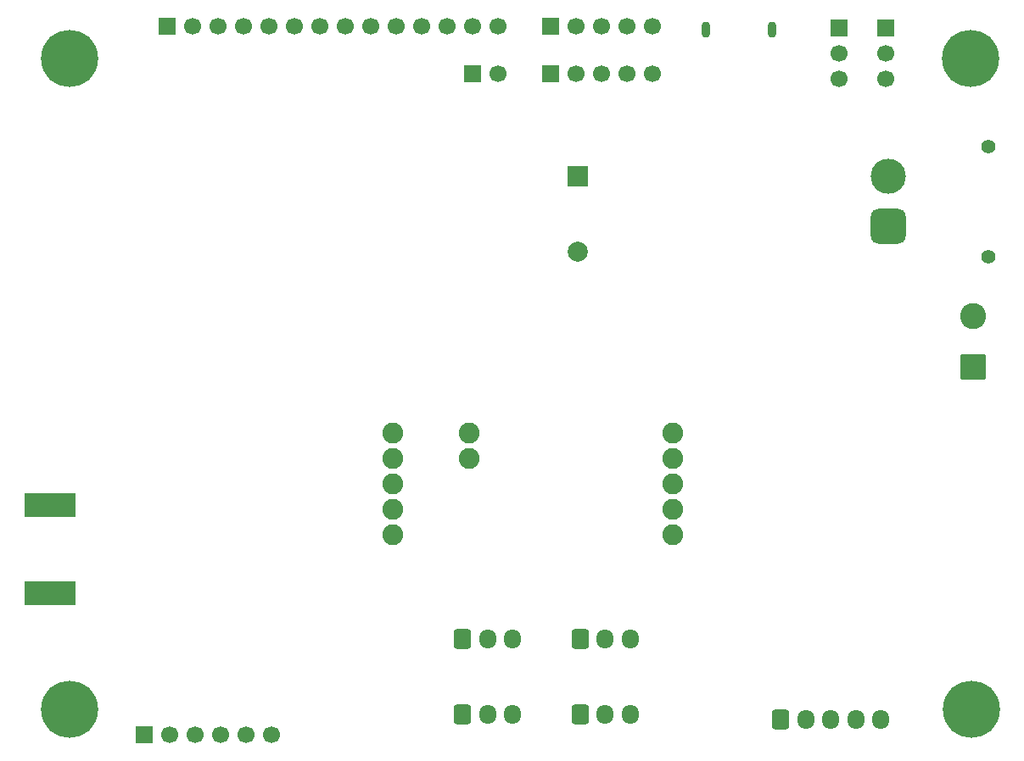
<source format=gbs>
%TF.GenerationSoftware,KiCad,Pcbnew,9.0.5*%
%TF.CreationDate,2025-10-16T12:34:50-04:00*%
%TF.ProjectId,INFERNO,494e4645-524e-44f2-9e6b-696361645f70,rev?*%
%TF.SameCoordinates,Original*%
%TF.FileFunction,Soldermask,Bot*%
%TF.FilePolarity,Negative*%
%FSLAX46Y46*%
G04 Gerber Fmt 4.6, Leading zero omitted, Abs format (unit mm)*
G04 Created by KiCad (PCBNEW 9.0.5) date 2025-10-16 12:34:50*
%MOMM*%
%LPD*%
G01*
G04 APERTURE LIST*
G04 Aperture macros list*
%AMRoundRect*
0 Rectangle with rounded corners*
0 $1 Rounding radius*
0 $2 $3 $4 $5 $6 $7 $8 $9 X,Y pos of 4 corners*
0 Add a 4 corners polygon primitive as box body*
4,1,4,$2,$3,$4,$5,$6,$7,$8,$9,$2,$3,0*
0 Add four circle primitives for the rounded corners*
1,1,$1+$1,$2,$3*
1,1,$1+$1,$4,$5*
1,1,$1+$1,$6,$7*
1,1,$1+$1,$8,$9*
0 Add four rect primitives between the rounded corners*
20,1,$1+$1,$2,$3,$4,$5,0*
20,1,$1+$1,$4,$5,$6,$7,0*
20,1,$1+$1,$6,$7,$8,$9,0*
20,1,$1+$1,$8,$9,$2,$3,0*%
G04 Aperture macros list end*
%ADD10RoundRect,0.250000X-0.600000X-0.725000X0.600000X-0.725000X0.600000X0.725000X-0.600000X0.725000X0*%
%ADD11O,1.700000X1.950000*%
%ADD12C,3.600000*%
%ADD13C,5.700000*%
%ADD14RoundRect,0.250000X1.050000X-1.050000X1.050000X1.050000X-1.050000X1.050000X-1.050000X-1.050000X0*%
%ADD15C,2.600000*%
%ADD16R,1.700000X1.700000*%
%ADD17C,1.700000*%
%ADD18O,0.900000X1.600000*%
%ADD19R,5.080000X2.420000*%
%ADD20R,2.000000X2.000000*%
%ADD21C,2.000000*%
%ADD22C,1.400000*%
%ADD23RoundRect,0.770000X-0.980000X0.980000X-0.980000X-0.980000X0.980000X-0.980000X0.980000X0.980000X0*%
%ADD24C,3.500000*%
%ADD25C,2.083600*%
G04 APERTURE END LIST*
D10*
%TO.C,J9*%
X185993279Y-150482633D03*
D11*
X188493279Y-150482633D03*
X190993279Y-150482633D03*
%TD*%
D12*
%TO.C,H4*%
X135000000Y-150000000D03*
D13*
X135000000Y-150000000D03*
%TD*%
D14*
%TO.C,J15*%
X225172500Y-115795000D03*
D15*
X225172500Y-110715000D03*
%TD*%
D16*
%TO.C,J13*%
X142460000Y-152500000D03*
D17*
X145000000Y-152500000D03*
X147540000Y-152500000D03*
X150080000Y-152500000D03*
X152620000Y-152500000D03*
X155160000Y-152500000D03*
%TD*%
D16*
%TO.C,J7*%
X183070982Y-81739850D03*
D17*
X185610982Y-81739850D03*
X188150982Y-81739850D03*
X190690982Y-81739850D03*
X193230982Y-81739850D03*
%TD*%
D16*
%TO.C,J8*%
X144777112Y-81762287D03*
D17*
X147317112Y-81762287D03*
X149857112Y-81762287D03*
X152397112Y-81762287D03*
X154937112Y-81762287D03*
X157477112Y-81762287D03*
X160017112Y-81762287D03*
X162557112Y-81762287D03*
X165097112Y-81762287D03*
X167637112Y-81762287D03*
X170177112Y-81762287D03*
X172717112Y-81762287D03*
X175257112Y-81762287D03*
X177797112Y-81762287D03*
%TD*%
D16*
%TO.C,J17*%
X175250000Y-86475000D03*
D17*
X177790000Y-86475000D03*
%TD*%
D18*
%TO.C,J16*%
X205107112Y-82062287D03*
X198507112Y-82062287D03*
%TD*%
D12*
%TO.C,H2*%
X224972319Y-84996615D03*
D13*
X224972319Y-84996615D03*
%TD*%
D16*
%TO.C,J12*%
X183081184Y-86497856D03*
D17*
X185621184Y-86497856D03*
X188161184Y-86497856D03*
X190701184Y-86497856D03*
X193241184Y-86497856D03*
%TD*%
D19*
%TO.C,J2*%
X133070000Y-129620000D03*
X133070000Y-138380000D03*
%TD*%
D10*
%TO.C,J4*%
X174250000Y-150500000D03*
D11*
X176750000Y-150500000D03*
X179250000Y-150500000D03*
%TD*%
D20*
%TO.C,BZ1*%
X185750000Y-96700000D03*
D21*
X185750000Y-104300000D03*
%TD*%
D10*
%TO.C,J3*%
X206000000Y-151000000D03*
D11*
X208500000Y-151000000D03*
X211000000Y-151000000D03*
X213500000Y-151000000D03*
X216000000Y-151000000D03*
%TD*%
D10*
%TO.C,J5*%
X174250000Y-143000000D03*
D11*
X176750000Y-143000000D03*
X179250000Y-143000000D03*
%TD*%
D22*
%TO.C,J14*%
X226750000Y-93750000D03*
X226750000Y-104750000D03*
D23*
X216750000Y-101750000D03*
D24*
X216750000Y-96750000D03*
%TD*%
D16*
%TO.C,J11*%
X216461367Y-81902576D03*
D17*
X216461367Y-84442576D03*
X216461367Y-86982576D03*
%TD*%
D10*
%TO.C,J10*%
X185993279Y-142982633D03*
D11*
X188493279Y-142982633D03*
X190993279Y-142982633D03*
%TD*%
D25*
%TO.C,U3*%
X195206143Y-132550325D03*
X195206143Y-130010325D03*
X195206143Y-127470325D03*
X195206143Y-124930325D03*
X195206143Y-122390325D03*
X167266143Y-122390325D03*
X167266143Y-124930325D03*
X167266143Y-127470325D03*
X167266143Y-130010325D03*
X167266143Y-132550325D03*
X174886143Y-124930325D03*
X174886143Y-122390325D03*
%TD*%
D12*
%TO.C,H1*%
X135000000Y-85000000D03*
D13*
X135000000Y-85000000D03*
%TD*%
D12*
%TO.C,H3*%
X225000000Y-150000000D03*
D13*
X225000000Y-150000000D03*
%TD*%
D16*
%TO.C,J6*%
X211861367Y-81902576D03*
D17*
X211861367Y-84442576D03*
X211861367Y-86982576D03*
%TD*%
M02*

</source>
